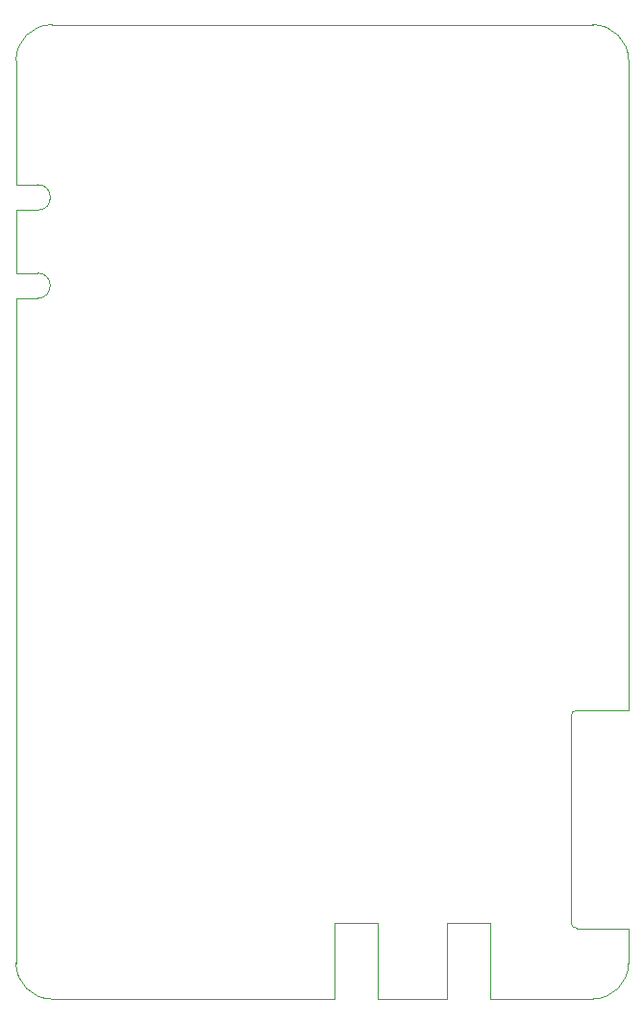
<source format=gm1>
G04 #@! TF.GenerationSoftware,KiCad,Pcbnew,6.0.11-2627ca5db0~126~ubuntu20.04.1*
G04 #@! TF.CreationDate,2023-10-28T22:46:29+05:00*
G04 #@! TF.ProjectId,33EJU23,3333454a-5532-4332-9e6b-696361645f70,rev?*
G04 #@! TF.SameCoordinates,Original*
G04 #@! TF.FileFunction,Profile,NP*
%FSLAX46Y46*%
G04 Gerber Fmt 4.6, Leading zero omitted, Abs format (unit mm)*
G04 Created by KiCad (PCBNEW 6.0.11-2627ca5db0~126~ubuntu20.04.1) date 2023-10-28 22:46:29*
%MOMM*%
%LPD*%
G01*
G04 APERTURE LIST*
G04 #@! TA.AperFunction,Profile*
%ADD10C,0.100000*%
G04 #@! TD*
G04 #@! TA.AperFunction,Profile*
%ADD11C,0.050000*%
G04 #@! TD*
G04 APERTURE END LIST*
D10*
X29845000Y-52019200D02*
X31750000Y-52019200D01*
D11*
X80645000Y-113665000D02*
X71628000Y-113665000D01*
X67818000Y-113665502D02*
X61722000Y-113665502D01*
X67818000Y-106934000D02*
X67818000Y-113665502D01*
D10*
X29845000Y-44272200D02*
X31750000Y-44272200D01*
D11*
X61722000Y-106934000D02*
X57912000Y-106934000D01*
D10*
X33020000Y-27940000D02*
X80645000Y-27940000D01*
D11*
X57912000Y-106934000D02*
X57912000Y-113665000D01*
D10*
X31750000Y-52019200D02*
G75*
G03*
X31750000Y-49784000I0J1117600D01*
G01*
X31750000Y-44272200D02*
G75*
G03*
X31750000Y-42011600I0J1130300D01*
G01*
X29845000Y-110490000D02*
G75*
G03*
X33020000Y-113665000I3175000J0D01*
G01*
X29845000Y-110490000D02*
X29845000Y-52019200D01*
D11*
X71628000Y-106934000D02*
X67818000Y-106934000D01*
D10*
X79248000Y-88265000D02*
G75*
G03*
X78740000Y-88773000I0J-508000D01*
G01*
X29845000Y-49784000D02*
X29845000Y-44272200D01*
D11*
X61722000Y-113665502D02*
X61722000Y-106934000D01*
D10*
X78740000Y-106934000D02*
G75*
G03*
X79248000Y-107442000I508000J0D01*
G01*
X83820000Y-107442000D02*
X79248000Y-107442000D01*
X78740000Y-106934000D02*
X78740000Y-88773000D01*
X57912000Y-113665000D02*
X33020000Y-113665000D01*
X33020000Y-27940000D02*
G75*
G03*
X29845000Y-31115000I0J-3175000D01*
G01*
X83820000Y-31115000D02*
X83820000Y-88265000D01*
X31750000Y-49784000D02*
X29845000Y-49784000D01*
X31750000Y-42011600D02*
X29845000Y-42011600D01*
X83820000Y-107442000D02*
X83820000Y-110490000D01*
D11*
X71628000Y-113665000D02*
X71628000Y-106934000D01*
D10*
X83820000Y-31115000D02*
G75*
G03*
X80645000Y-27940000I-3175000J0D01*
G01*
X79248000Y-88265000D02*
X83820000Y-88265000D01*
X29845000Y-42011600D02*
X29845000Y-31115000D01*
X80645000Y-113665000D02*
G75*
G03*
X83820000Y-110490000I0J3175000D01*
G01*
M02*

</source>
